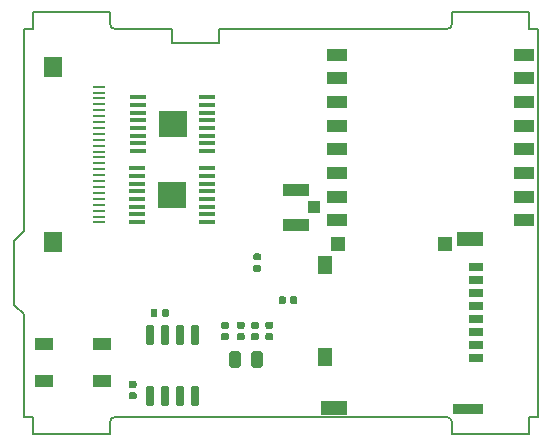
<source format=gbr>
%TF.GenerationSoftware,KiCad,Pcbnew,(5.1.4)-1*%
%TF.CreationDate,2019-12-19T18:18:08-07:00*%
%TF.ProjectId,mainboard,6d61696e-626f-4617-9264-2e6b69636164,rev?*%
%TF.SameCoordinates,Original*%
%TF.FileFunction,Paste,Bot*%
%TF.FilePolarity,Positive*%
%FSLAX46Y46*%
G04 Gerber Fmt 4.6, Leading zero omitted, Abs format (unit mm)*
G04 Created by KiCad (PCBNEW (5.1.4)-1) date 2019-12-19 18:18:08*
%MOMM*%
%LPD*%
G04 APERTURE LIST*
%ADD10C,0.150000*%
%ADD11R,1.500000X1.700000*%
%ADD12R,1.100000X0.250000*%
%ADD13R,1.500000X1.000000*%
%ADD14C,0.100000*%
%ADD15C,0.590000*%
%ADD16R,1.050000X1.050000*%
%ADD17R,2.250000X1.050000*%
%ADD18R,2.460000X2.310000*%
%ADD19R,1.475000X0.450000*%
%ADD20R,1.800000X1.000000*%
%ADD21C,0.600000*%
%ADD22R,1.150000X1.500000*%
%ADD23R,2.200000X1.150000*%
%ADD24R,1.200000X1.160000*%
%ADD25R,1.250000X1.160000*%
%ADD26R,2.500000X0.950000*%
%ADD27R,1.240000X0.800000*%
%ADD28C,0.975000*%
G04 APERTURE END LIST*
D10*
X120902460Y-74415942D02*
X120102459Y-74415941D01*
X85102460Y-74415941D02*
G75*
G02X84602460Y-73915941I0J500000D01*
G01*
X113602459Y-73915941D02*
G75*
G02X113102459Y-74415941I-500000J0D01*
G01*
X113102459Y-107215941D02*
G75*
G02X113602459Y-107715941I0J-500000D01*
G01*
X84602460Y-107715941D02*
G75*
G02X85102460Y-107215941I500000J0D01*
G01*
X77340460Y-91475941D02*
X76502460Y-92313941D01*
X77340460Y-98555940D02*
X76502460Y-97790000D01*
X120102460Y-72915941D02*
X113602460Y-72915941D01*
X113602459Y-107715941D02*
X113602460Y-108715941D01*
X85102460Y-107215941D02*
X113102459Y-107215941D01*
X84602460Y-108715941D02*
X84602460Y-107715941D01*
X113602460Y-108715941D02*
X120102459Y-108715940D01*
X113102459Y-74415941D02*
X93872460Y-74415941D01*
X113602460Y-72915941D02*
X113602459Y-73915941D01*
X78102460Y-72915941D02*
X78102460Y-74415941D01*
X93872460Y-74415941D02*
X93872460Y-75565000D01*
X93872460Y-75565000D02*
X89872460Y-75565000D01*
X78102460Y-74415941D02*
X77340460Y-74415941D01*
X77340460Y-74415941D02*
X77340460Y-91475941D01*
X120102460Y-107215940D02*
X120902460Y-107215940D01*
X120102459Y-74415941D02*
X120102460Y-72915941D01*
X89872460Y-75565000D02*
X89872460Y-74415941D01*
X84602460Y-72915941D02*
X78102460Y-72915941D01*
X84602460Y-73915941D02*
X84602460Y-72915941D01*
X89872460Y-74415941D02*
X85102460Y-74415941D01*
X76502460Y-92313941D02*
X76502460Y-97790000D01*
X120902460Y-107215940D02*
X120902460Y-74415942D01*
X78102460Y-107215940D02*
X78102460Y-108715940D01*
X120102459Y-108715940D02*
X120102460Y-107215940D01*
X77340460Y-98555940D02*
X77340460Y-107215940D01*
X78102460Y-108715940D02*
X84602460Y-108715941D01*
X77340460Y-107215940D02*
X78102460Y-107215940D01*
D11*
X79810780Y-77611260D03*
X79810780Y-92411260D03*
D12*
X83710780Y-79261260D03*
X83710780Y-79761260D03*
X83710780Y-80261260D03*
X83710780Y-80761260D03*
X83710780Y-81261260D03*
X83710780Y-81761260D03*
X83710780Y-82261260D03*
X83710780Y-82761260D03*
X83710780Y-83261260D03*
X83710780Y-83761260D03*
X83710780Y-84261260D03*
X83710780Y-84761260D03*
X83710780Y-85261260D03*
X83710780Y-85761260D03*
X83710780Y-86261260D03*
X83710780Y-86761260D03*
X83710780Y-87261260D03*
X83710780Y-87761260D03*
X83710780Y-88261260D03*
X83710780Y-88761260D03*
X83710780Y-89261260D03*
X83710780Y-89761260D03*
X83710780Y-90261260D03*
X83710780Y-90761260D03*
D13*
X79020500Y-104216000D03*
X79020500Y-101016000D03*
X83920500Y-104216000D03*
X83920500Y-101016000D03*
D14*
G36*
X88513458Y-98105710D02*
G01*
X88527776Y-98107834D01*
X88541817Y-98111351D01*
X88555446Y-98116228D01*
X88568531Y-98122417D01*
X88580947Y-98129858D01*
X88592573Y-98138481D01*
X88603298Y-98148202D01*
X88613019Y-98158927D01*
X88621642Y-98170553D01*
X88629083Y-98182969D01*
X88635272Y-98196054D01*
X88640149Y-98209683D01*
X88643666Y-98223724D01*
X88645790Y-98238042D01*
X88646500Y-98252500D01*
X88646500Y-98597500D01*
X88645790Y-98611958D01*
X88643666Y-98626276D01*
X88640149Y-98640317D01*
X88635272Y-98653946D01*
X88629083Y-98667031D01*
X88621642Y-98679447D01*
X88613019Y-98691073D01*
X88603298Y-98701798D01*
X88592573Y-98711519D01*
X88580947Y-98720142D01*
X88568531Y-98727583D01*
X88555446Y-98733772D01*
X88541817Y-98738649D01*
X88527776Y-98742166D01*
X88513458Y-98744290D01*
X88499000Y-98745000D01*
X88204000Y-98745000D01*
X88189542Y-98744290D01*
X88175224Y-98742166D01*
X88161183Y-98738649D01*
X88147554Y-98733772D01*
X88134469Y-98727583D01*
X88122053Y-98720142D01*
X88110427Y-98711519D01*
X88099702Y-98701798D01*
X88089981Y-98691073D01*
X88081358Y-98679447D01*
X88073917Y-98667031D01*
X88067728Y-98653946D01*
X88062851Y-98640317D01*
X88059334Y-98626276D01*
X88057210Y-98611958D01*
X88056500Y-98597500D01*
X88056500Y-98252500D01*
X88057210Y-98238042D01*
X88059334Y-98223724D01*
X88062851Y-98209683D01*
X88067728Y-98196054D01*
X88073917Y-98182969D01*
X88081358Y-98170553D01*
X88089981Y-98158927D01*
X88099702Y-98148202D01*
X88110427Y-98138481D01*
X88122053Y-98129858D01*
X88134469Y-98122417D01*
X88147554Y-98116228D01*
X88161183Y-98111351D01*
X88175224Y-98107834D01*
X88189542Y-98105710D01*
X88204000Y-98105000D01*
X88499000Y-98105000D01*
X88513458Y-98105710D01*
X88513458Y-98105710D01*
G37*
D15*
X88351500Y-98425000D03*
D14*
G36*
X89483458Y-98105710D02*
G01*
X89497776Y-98107834D01*
X89511817Y-98111351D01*
X89525446Y-98116228D01*
X89538531Y-98122417D01*
X89550947Y-98129858D01*
X89562573Y-98138481D01*
X89573298Y-98148202D01*
X89583019Y-98158927D01*
X89591642Y-98170553D01*
X89599083Y-98182969D01*
X89605272Y-98196054D01*
X89610149Y-98209683D01*
X89613666Y-98223724D01*
X89615790Y-98238042D01*
X89616500Y-98252500D01*
X89616500Y-98597500D01*
X89615790Y-98611958D01*
X89613666Y-98626276D01*
X89610149Y-98640317D01*
X89605272Y-98653946D01*
X89599083Y-98667031D01*
X89591642Y-98679447D01*
X89583019Y-98691073D01*
X89573298Y-98701798D01*
X89562573Y-98711519D01*
X89550947Y-98720142D01*
X89538531Y-98727583D01*
X89525446Y-98733772D01*
X89511817Y-98738649D01*
X89497776Y-98742166D01*
X89483458Y-98744290D01*
X89469000Y-98745000D01*
X89174000Y-98745000D01*
X89159542Y-98744290D01*
X89145224Y-98742166D01*
X89131183Y-98738649D01*
X89117554Y-98733772D01*
X89104469Y-98727583D01*
X89092053Y-98720142D01*
X89080427Y-98711519D01*
X89069702Y-98701798D01*
X89059981Y-98691073D01*
X89051358Y-98679447D01*
X89043917Y-98667031D01*
X89037728Y-98653946D01*
X89032851Y-98640317D01*
X89029334Y-98626276D01*
X89027210Y-98611958D01*
X89026500Y-98597500D01*
X89026500Y-98252500D01*
X89027210Y-98238042D01*
X89029334Y-98223724D01*
X89032851Y-98209683D01*
X89037728Y-98196054D01*
X89043917Y-98182969D01*
X89051358Y-98170553D01*
X89059981Y-98158927D01*
X89069702Y-98148202D01*
X89080427Y-98138481D01*
X89092053Y-98129858D01*
X89104469Y-98122417D01*
X89117554Y-98116228D01*
X89131183Y-98111351D01*
X89145224Y-98107834D01*
X89159542Y-98105710D01*
X89174000Y-98105000D01*
X89469000Y-98105000D01*
X89483458Y-98105710D01*
X89483458Y-98105710D01*
G37*
D15*
X89321500Y-98425000D03*
D16*
X101905800Y-89484200D03*
D17*
X100380800Y-90959200D03*
X100380800Y-88009200D03*
D14*
G36*
X94547958Y-99172250D02*
G01*
X94562276Y-99174374D01*
X94576317Y-99177891D01*
X94589946Y-99182768D01*
X94603031Y-99188957D01*
X94615447Y-99196398D01*
X94627073Y-99205021D01*
X94637798Y-99214742D01*
X94647519Y-99225467D01*
X94656142Y-99237093D01*
X94663583Y-99249509D01*
X94669772Y-99262594D01*
X94674649Y-99276223D01*
X94678166Y-99290264D01*
X94680290Y-99304582D01*
X94681000Y-99319040D01*
X94681000Y-99614040D01*
X94680290Y-99628498D01*
X94678166Y-99642816D01*
X94674649Y-99656857D01*
X94669772Y-99670486D01*
X94663583Y-99683571D01*
X94656142Y-99695987D01*
X94647519Y-99707613D01*
X94637798Y-99718338D01*
X94627073Y-99728059D01*
X94615447Y-99736682D01*
X94603031Y-99744123D01*
X94589946Y-99750312D01*
X94576317Y-99755189D01*
X94562276Y-99758706D01*
X94547958Y-99760830D01*
X94533500Y-99761540D01*
X94188500Y-99761540D01*
X94174042Y-99760830D01*
X94159724Y-99758706D01*
X94145683Y-99755189D01*
X94132054Y-99750312D01*
X94118969Y-99744123D01*
X94106553Y-99736682D01*
X94094927Y-99728059D01*
X94084202Y-99718338D01*
X94074481Y-99707613D01*
X94065858Y-99695987D01*
X94058417Y-99683571D01*
X94052228Y-99670486D01*
X94047351Y-99656857D01*
X94043834Y-99642816D01*
X94041710Y-99628498D01*
X94041000Y-99614040D01*
X94041000Y-99319040D01*
X94041710Y-99304582D01*
X94043834Y-99290264D01*
X94047351Y-99276223D01*
X94052228Y-99262594D01*
X94058417Y-99249509D01*
X94065858Y-99237093D01*
X94074481Y-99225467D01*
X94084202Y-99214742D01*
X94094927Y-99205021D01*
X94106553Y-99196398D01*
X94118969Y-99188957D01*
X94132054Y-99182768D01*
X94145683Y-99177891D01*
X94159724Y-99174374D01*
X94174042Y-99172250D01*
X94188500Y-99171540D01*
X94533500Y-99171540D01*
X94547958Y-99172250D01*
X94547958Y-99172250D01*
G37*
D15*
X94361000Y-99466540D03*
D14*
G36*
X94547958Y-100142250D02*
G01*
X94562276Y-100144374D01*
X94576317Y-100147891D01*
X94589946Y-100152768D01*
X94603031Y-100158957D01*
X94615447Y-100166398D01*
X94627073Y-100175021D01*
X94637798Y-100184742D01*
X94647519Y-100195467D01*
X94656142Y-100207093D01*
X94663583Y-100219509D01*
X94669772Y-100232594D01*
X94674649Y-100246223D01*
X94678166Y-100260264D01*
X94680290Y-100274582D01*
X94681000Y-100289040D01*
X94681000Y-100584040D01*
X94680290Y-100598498D01*
X94678166Y-100612816D01*
X94674649Y-100626857D01*
X94669772Y-100640486D01*
X94663583Y-100653571D01*
X94656142Y-100665987D01*
X94647519Y-100677613D01*
X94637798Y-100688338D01*
X94627073Y-100698059D01*
X94615447Y-100706682D01*
X94603031Y-100714123D01*
X94589946Y-100720312D01*
X94576317Y-100725189D01*
X94562276Y-100728706D01*
X94547958Y-100730830D01*
X94533500Y-100731540D01*
X94188500Y-100731540D01*
X94174042Y-100730830D01*
X94159724Y-100728706D01*
X94145683Y-100725189D01*
X94132054Y-100720312D01*
X94118969Y-100714123D01*
X94106553Y-100706682D01*
X94094927Y-100698059D01*
X94084202Y-100688338D01*
X94074481Y-100677613D01*
X94065858Y-100665987D01*
X94058417Y-100653571D01*
X94052228Y-100640486D01*
X94047351Y-100626857D01*
X94043834Y-100612816D01*
X94041710Y-100598498D01*
X94041000Y-100584040D01*
X94041000Y-100289040D01*
X94041710Y-100274582D01*
X94043834Y-100260264D01*
X94047351Y-100246223D01*
X94052228Y-100232594D01*
X94058417Y-100219509D01*
X94065858Y-100207093D01*
X94074481Y-100195467D01*
X94084202Y-100184742D01*
X94094927Y-100175021D01*
X94106553Y-100166398D01*
X94118969Y-100158957D01*
X94132054Y-100152768D01*
X94145683Y-100147891D01*
X94159724Y-100144374D01*
X94174042Y-100142250D01*
X94188500Y-100141540D01*
X94533500Y-100141540D01*
X94547958Y-100142250D01*
X94547958Y-100142250D01*
G37*
D15*
X94361000Y-100436540D03*
D14*
G36*
X97278458Y-94361210D02*
G01*
X97292776Y-94363334D01*
X97306817Y-94366851D01*
X97320446Y-94371728D01*
X97333531Y-94377917D01*
X97345947Y-94385358D01*
X97357573Y-94393981D01*
X97368298Y-94403702D01*
X97378019Y-94414427D01*
X97386642Y-94426053D01*
X97394083Y-94438469D01*
X97400272Y-94451554D01*
X97405149Y-94465183D01*
X97408666Y-94479224D01*
X97410790Y-94493542D01*
X97411500Y-94508000D01*
X97411500Y-94803000D01*
X97410790Y-94817458D01*
X97408666Y-94831776D01*
X97405149Y-94845817D01*
X97400272Y-94859446D01*
X97394083Y-94872531D01*
X97386642Y-94884947D01*
X97378019Y-94896573D01*
X97368298Y-94907298D01*
X97357573Y-94917019D01*
X97345947Y-94925642D01*
X97333531Y-94933083D01*
X97320446Y-94939272D01*
X97306817Y-94944149D01*
X97292776Y-94947666D01*
X97278458Y-94949790D01*
X97264000Y-94950500D01*
X96919000Y-94950500D01*
X96904542Y-94949790D01*
X96890224Y-94947666D01*
X96876183Y-94944149D01*
X96862554Y-94939272D01*
X96849469Y-94933083D01*
X96837053Y-94925642D01*
X96825427Y-94917019D01*
X96814702Y-94907298D01*
X96804981Y-94896573D01*
X96796358Y-94884947D01*
X96788917Y-94872531D01*
X96782728Y-94859446D01*
X96777851Y-94845817D01*
X96774334Y-94831776D01*
X96772210Y-94817458D01*
X96771500Y-94803000D01*
X96771500Y-94508000D01*
X96772210Y-94493542D01*
X96774334Y-94479224D01*
X96777851Y-94465183D01*
X96782728Y-94451554D01*
X96788917Y-94438469D01*
X96796358Y-94426053D01*
X96804981Y-94414427D01*
X96814702Y-94403702D01*
X96825427Y-94393981D01*
X96837053Y-94385358D01*
X96849469Y-94377917D01*
X96862554Y-94371728D01*
X96876183Y-94366851D01*
X96890224Y-94363334D01*
X96904542Y-94361210D01*
X96919000Y-94360500D01*
X97264000Y-94360500D01*
X97278458Y-94361210D01*
X97278458Y-94361210D01*
G37*
D15*
X97091500Y-94655500D03*
D14*
G36*
X97278458Y-93391210D02*
G01*
X97292776Y-93393334D01*
X97306817Y-93396851D01*
X97320446Y-93401728D01*
X97333531Y-93407917D01*
X97345947Y-93415358D01*
X97357573Y-93423981D01*
X97368298Y-93433702D01*
X97378019Y-93444427D01*
X97386642Y-93456053D01*
X97394083Y-93468469D01*
X97400272Y-93481554D01*
X97405149Y-93495183D01*
X97408666Y-93509224D01*
X97410790Y-93523542D01*
X97411500Y-93538000D01*
X97411500Y-93833000D01*
X97410790Y-93847458D01*
X97408666Y-93861776D01*
X97405149Y-93875817D01*
X97400272Y-93889446D01*
X97394083Y-93902531D01*
X97386642Y-93914947D01*
X97378019Y-93926573D01*
X97368298Y-93937298D01*
X97357573Y-93947019D01*
X97345947Y-93955642D01*
X97333531Y-93963083D01*
X97320446Y-93969272D01*
X97306817Y-93974149D01*
X97292776Y-93977666D01*
X97278458Y-93979790D01*
X97264000Y-93980500D01*
X96919000Y-93980500D01*
X96904542Y-93979790D01*
X96890224Y-93977666D01*
X96876183Y-93974149D01*
X96862554Y-93969272D01*
X96849469Y-93963083D01*
X96837053Y-93955642D01*
X96825427Y-93947019D01*
X96814702Y-93937298D01*
X96804981Y-93926573D01*
X96796358Y-93914947D01*
X96788917Y-93902531D01*
X96782728Y-93889446D01*
X96777851Y-93875817D01*
X96774334Y-93861776D01*
X96772210Y-93847458D01*
X96771500Y-93833000D01*
X96771500Y-93538000D01*
X96772210Y-93523542D01*
X96774334Y-93509224D01*
X96777851Y-93495183D01*
X96782728Y-93481554D01*
X96788917Y-93468469D01*
X96796358Y-93456053D01*
X96804981Y-93444427D01*
X96814702Y-93433702D01*
X96825427Y-93423981D01*
X96837053Y-93415358D01*
X96849469Y-93407917D01*
X96862554Y-93401728D01*
X96876183Y-93396851D01*
X96890224Y-93393334D01*
X96904542Y-93391210D01*
X96919000Y-93390500D01*
X97264000Y-93390500D01*
X97278458Y-93391210D01*
X97278458Y-93391210D01*
G37*
D15*
X97091500Y-93685500D03*
D18*
X89877900Y-88442800D03*
D19*
X92815900Y-90717800D03*
X92815900Y-90067800D03*
X92815900Y-89417800D03*
X92815900Y-88767800D03*
X92815900Y-88117800D03*
X92815900Y-87467800D03*
X92815900Y-86817800D03*
X92815900Y-86167800D03*
X86939900Y-86167800D03*
X86939900Y-86817800D03*
X86939900Y-87467800D03*
X86939900Y-88117800D03*
X86939900Y-88767800D03*
X86939900Y-89417800D03*
X86939900Y-90067800D03*
X86939900Y-90717800D03*
D18*
X89928700Y-82448400D03*
D19*
X92866700Y-84723400D03*
X92866700Y-84073400D03*
X92866700Y-83423400D03*
X92866700Y-82773400D03*
X92866700Y-82123400D03*
X92866700Y-81473400D03*
X92866700Y-80823400D03*
X92866700Y-80173400D03*
X86990700Y-80173400D03*
X86990700Y-80823400D03*
X86990700Y-81473400D03*
X86990700Y-82123400D03*
X86990700Y-82773400D03*
X86990700Y-83423400D03*
X86990700Y-84073400D03*
X86990700Y-84723400D03*
D20*
X103860000Y-76566000D03*
X103860000Y-78566000D03*
X103860000Y-80566000D03*
X103860000Y-82566000D03*
X103860000Y-84566000D03*
X103860000Y-86566000D03*
X103860000Y-88566000D03*
X103860000Y-90566000D03*
X119660000Y-90566000D03*
X119660000Y-88566000D03*
X119660000Y-86566000D03*
X119660000Y-84566000D03*
X119660000Y-82566000D03*
X119660000Y-80566000D03*
X119660000Y-78566000D03*
X119660000Y-76566000D03*
D14*
G36*
X88175703Y-104570722D02*
G01*
X88190264Y-104572882D01*
X88204543Y-104576459D01*
X88218403Y-104581418D01*
X88231710Y-104587712D01*
X88244336Y-104595280D01*
X88256159Y-104604048D01*
X88267066Y-104613934D01*
X88276952Y-104624841D01*
X88285720Y-104636664D01*
X88293288Y-104649290D01*
X88299582Y-104662597D01*
X88304541Y-104676457D01*
X88308118Y-104690736D01*
X88310278Y-104705297D01*
X88311000Y-104720000D01*
X88311000Y-106170000D01*
X88310278Y-106184703D01*
X88308118Y-106199264D01*
X88304541Y-106213543D01*
X88299582Y-106227403D01*
X88293288Y-106240710D01*
X88285720Y-106253336D01*
X88276952Y-106265159D01*
X88267066Y-106276066D01*
X88256159Y-106285952D01*
X88244336Y-106294720D01*
X88231710Y-106302288D01*
X88218403Y-106308582D01*
X88204543Y-106313541D01*
X88190264Y-106317118D01*
X88175703Y-106319278D01*
X88161000Y-106320000D01*
X87861000Y-106320000D01*
X87846297Y-106319278D01*
X87831736Y-106317118D01*
X87817457Y-106313541D01*
X87803597Y-106308582D01*
X87790290Y-106302288D01*
X87777664Y-106294720D01*
X87765841Y-106285952D01*
X87754934Y-106276066D01*
X87745048Y-106265159D01*
X87736280Y-106253336D01*
X87728712Y-106240710D01*
X87722418Y-106227403D01*
X87717459Y-106213543D01*
X87713882Y-106199264D01*
X87711722Y-106184703D01*
X87711000Y-106170000D01*
X87711000Y-104720000D01*
X87711722Y-104705297D01*
X87713882Y-104690736D01*
X87717459Y-104676457D01*
X87722418Y-104662597D01*
X87728712Y-104649290D01*
X87736280Y-104636664D01*
X87745048Y-104624841D01*
X87754934Y-104613934D01*
X87765841Y-104604048D01*
X87777664Y-104595280D01*
X87790290Y-104587712D01*
X87803597Y-104581418D01*
X87817457Y-104576459D01*
X87831736Y-104572882D01*
X87846297Y-104570722D01*
X87861000Y-104570000D01*
X88161000Y-104570000D01*
X88175703Y-104570722D01*
X88175703Y-104570722D01*
G37*
D21*
X88011000Y-105445000D03*
D14*
G36*
X89445703Y-104570722D02*
G01*
X89460264Y-104572882D01*
X89474543Y-104576459D01*
X89488403Y-104581418D01*
X89501710Y-104587712D01*
X89514336Y-104595280D01*
X89526159Y-104604048D01*
X89537066Y-104613934D01*
X89546952Y-104624841D01*
X89555720Y-104636664D01*
X89563288Y-104649290D01*
X89569582Y-104662597D01*
X89574541Y-104676457D01*
X89578118Y-104690736D01*
X89580278Y-104705297D01*
X89581000Y-104720000D01*
X89581000Y-106170000D01*
X89580278Y-106184703D01*
X89578118Y-106199264D01*
X89574541Y-106213543D01*
X89569582Y-106227403D01*
X89563288Y-106240710D01*
X89555720Y-106253336D01*
X89546952Y-106265159D01*
X89537066Y-106276066D01*
X89526159Y-106285952D01*
X89514336Y-106294720D01*
X89501710Y-106302288D01*
X89488403Y-106308582D01*
X89474543Y-106313541D01*
X89460264Y-106317118D01*
X89445703Y-106319278D01*
X89431000Y-106320000D01*
X89131000Y-106320000D01*
X89116297Y-106319278D01*
X89101736Y-106317118D01*
X89087457Y-106313541D01*
X89073597Y-106308582D01*
X89060290Y-106302288D01*
X89047664Y-106294720D01*
X89035841Y-106285952D01*
X89024934Y-106276066D01*
X89015048Y-106265159D01*
X89006280Y-106253336D01*
X88998712Y-106240710D01*
X88992418Y-106227403D01*
X88987459Y-106213543D01*
X88983882Y-106199264D01*
X88981722Y-106184703D01*
X88981000Y-106170000D01*
X88981000Y-104720000D01*
X88981722Y-104705297D01*
X88983882Y-104690736D01*
X88987459Y-104676457D01*
X88992418Y-104662597D01*
X88998712Y-104649290D01*
X89006280Y-104636664D01*
X89015048Y-104624841D01*
X89024934Y-104613934D01*
X89035841Y-104604048D01*
X89047664Y-104595280D01*
X89060290Y-104587712D01*
X89073597Y-104581418D01*
X89087457Y-104576459D01*
X89101736Y-104572882D01*
X89116297Y-104570722D01*
X89131000Y-104570000D01*
X89431000Y-104570000D01*
X89445703Y-104570722D01*
X89445703Y-104570722D01*
G37*
D21*
X89281000Y-105445000D03*
D14*
G36*
X90715703Y-104570722D02*
G01*
X90730264Y-104572882D01*
X90744543Y-104576459D01*
X90758403Y-104581418D01*
X90771710Y-104587712D01*
X90784336Y-104595280D01*
X90796159Y-104604048D01*
X90807066Y-104613934D01*
X90816952Y-104624841D01*
X90825720Y-104636664D01*
X90833288Y-104649290D01*
X90839582Y-104662597D01*
X90844541Y-104676457D01*
X90848118Y-104690736D01*
X90850278Y-104705297D01*
X90851000Y-104720000D01*
X90851000Y-106170000D01*
X90850278Y-106184703D01*
X90848118Y-106199264D01*
X90844541Y-106213543D01*
X90839582Y-106227403D01*
X90833288Y-106240710D01*
X90825720Y-106253336D01*
X90816952Y-106265159D01*
X90807066Y-106276066D01*
X90796159Y-106285952D01*
X90784336Y-106294720D01*
X90771710Y-106302288D01*
X90758403Y-106308582D01*
X90744543Y-106313541D01*
X90730264Y-106317118D01*
X90715703Y-106319278D01*
X90701000Y-106320000D01*
X90401000Y-106320000D01*
X90386297Y-106319278D01*
X90371736Y-106317118D01*
X90357457Y-106313541D01*
X90343597Y-106308582D01*
X90330290Y-106302288D01*
X90317664Y-106294720D01*
X90305841Y-106285952D01*
X90294934Y-106276066D01*
X90285048Y-106265159D01*
X90276280Y-106253336D01*
X90268712Y-106240710D01*
X90262418Y-106227403D01*
X90257459Y-106213543D01*
X90253882Y-106199264D01*
X90251722Y-106184703D01*
X90251000Y-106170000D01*
X90251000Y-104720000D01*
X90251722Y-104705297D01*
X90253882Y-104690736D01*
X90257459Y-104676457D01*
X90262418Y-104662597D01*
X90268712Y-104649290D01*
X90276280Y-104636664D01*
X90285048Y-104624841D01*
X90294934Y-104613934D01*
X90305841Y-104604048D01*
X90317664Y-104595280D01*
X90330290Y-104587712D01*
X90343597Y-104581418D01*
X90357457Y-104576459D01*
X90371736Y-104572882D01*
X90386297Y-104570722D01*
X90401000Y-104570000D01*
X90701000Y-104570000D01*
X90715703Y-104570722D01*
X90715703Y-104570722D01*
G37*
D21*
X90551000Y-105445000D03*
D14*
G36*
X91985703Y-104570722D02*
G01*
X92000264Y-104572882D01*
X92014543Y-104576459D01*
X92028403Y-104581418D01*
X92041710Y-104587712D01*
X92054336Y-104595280D01*
X92066159Y-104604048D01*
X92077066Y-104613934D01*
X92086952Y-104624841D01*
X92095720Y-104636664D01*
X92103288Y-104649290D01*
X92109582Y-104662597D01*
X92114541Y-104676457D01*
X92118118Y-104690736D01*
X92120278Y-104705297D01*
X92121000Y-104720000D01*
X92121000Y-106170000D01*
X92120278Y-106184703D01*
X92118118Y-106199264D01*
X92114541Y-106213543D01*
X92109582Y-106227403D01*
X92103288Y-106240710D01*
X92095720Y-106253336D01*
X92086952Y-106265159D01*
X92077066Y-106276066D01*
X92066159Y-106285952D01*
X92054336Y-106294720D01*
X92041710Y-106302288D01*
X92028403Y-106308582D01*
X92014543Y-106313541D01*
X92000264Y-106317118D01*
X91985703Y-106319278D01*
X91971000Y-106320000D01*
X91671000Y-106320000D01*
X91656297Y-106319278D01*
X91641736Y-106317118D01*
X91627457Y-106313541D01*
X91613597Y-106308582D01*
X91600290Y-106302288D01*
X91587664Y-106294720D01*
X91575841Y-106285952D01*
X91564934Y-106276066D01*
X91555048Y-106265159D01*
X91546280Y-106253336D01*
X91538712Y-106240710D01*
X91532418Y-106227403D01*
X91527459Y-106213543D01*
X91523882Y-106199264D01*
X91521722Y-106184703D01*
X91521000Y-106170000D01*
X91521000Y-104720000D01*
X91521722Y-104705297D01*
X91523882Y-104690736D01*
X91527459Y-104676457D01*
X91532418Y-104662597D01*
X91538712Y-104649290D01*
X91546280Y-104636664D01*
X91555048Y-104624841D01*
X91564934Y-104613934D01*
X91575841Y-104604048D01*
X91587664Y-104595280D01*
X91600290Y-104587712D01*
X91613597Y-104581418D01*
X91627457Y-104576459D01*
X91641736Y-104572882D01*
X91656297Y-104570722D01*
X91671000Y-104570000D01*
X91971000Y-104570000D01*
X91985703Y-104570722D01*
X91985703Y-104570722D01*
G37*
D21*
X91821000Y-105445000D03*
D14*
G36*
X91985703Y-99420722D02*
G01*
X92000264Y-99422882D01*
X92014543Y-99426459D01*
X92028403Y-99431418D01*
X92041710Y-99437712D01*
X92054336Y-99445280D01*
X92066159Y-99454048D01*
X92077066Y-99463934D01*
X92086952Y-99474841D01*
X92095720Y-99486664D01*
X92103288Y-99499290D01*
X92109582Y-99512597D01*
X92114541Y-99526457D01*
X92118118Y-99540736D01*
X92120278Y-99555297D01*
X92121000Y-99570000D01*
X92121000Y-101020000D01*
X92120278Y-101034703D01*
X92118118Y-101049264D01*
X92114541Y-101063543D01*
X92109582Y-101077403D01*
X92103288Y-101090710D01*
X92095720Y-101103336D01*
X92086952Y-101115159D01*
X92077066Y-101126066D01*
X92066159Y-101135952D01*
X92054336Y-101144720D01*
X92041710Y-101152288D01*
X92028403Y-101158582D01*
X92014543Y-101163541D01*
X92000264Y-101167118D01*
X91985703Y-101169278D01*
X91971000Y-101170000D01*
X91671000Y-101170000D01*
X91656297Y-101169278D01*
X91641736Y-101167118D01*
X91627457Y-101163541D01*
X91613597Y-101158582D01*
X91600290Y-101152288D01*
X91587664Y-101144720D01*
X91575841Y-101135952D01*
X91564934Y-101126066D01*
X91555048Y-101115159D01*
X91546280Y-101103336D01*
X91538712Y-101090710D01*
X91532418Y-101077403D01*
X91527459Y-101063543D01*
X91523882Y-101049264D01*
X91521722Y-101034703D01*
X91521000Y-101020000D01*
X91521000Y-99570000D01*
X91521722Y-99555297D01*
X91523882Y-99540736D01*
X91527459Y-99526457D01*
X91532418Y-99512597D01*
X91538712Y-99499290D01*
X91546280Y-99486664D01*
X91555048Y-99474841D01*
X91564934Y-99463934D01*
X91575841Y-99454048D01*
X91587664Y-99445280D01*
X91600290Y-99437712D01*
X91613597Y-99431418D01*
X91627457Y-99426459D01*
X91641736Y-99422882D01*
X91656297Y-99420722D01*
X91671000Y-99420000D01*
X91971000Y-99420000D01*
X91985703Y-99420722D01*
X91985703Y-99420722D01*
G37*
D21*
X91821000Y-100295000D03*
D14*
G36*
X90715703Y-99420722D02*
G01*
X90730264Y-99422882D01*
X90744543Y-99426459D01*
X90758403Y-99431418D01*
X90771710Y-99437712D01*
X90784336Y-99445280D01*
X90796159Y-99454048D01*
X90807066Y-99463934D01*
X90816952Y-99474841D01*
X90825720Y-99486664D01*
X90833288Y-99499290D01*
X90839582Y-99512597D01*
X90844541Y-99526457D01*
X90848118Y-99540736D01*
X90850278Y-99555297D01*
X90851000Y-99570000D01*
X90851000Y-101020000D01*
X90850278Y-101034703D01*
X90848118Y-101049264D01*
X90844541Y-101063543D01*
X90839582Y-101077403D01*
X90833288Y-101090710D01*
X90825720Y-101103336D01*
X90816952Y-101115159D01*
X90807066Y-101126066D01*
X90796159Y-101135952D01*
X90784336Y-101144720D01*
X90771710Y-101152288D01*
X90758403Y-101158582D01*
X90744543Y-101163541D01*
X90730264Y-101167118D01*
X90715703Y-101169278D01*
X90701000Y-101170000D01*
X90401000Y-101170000D01*
X90386297Y-101169278D01*
X90371736Y-101167118D01*
X90357457Y-101163541D01*
X90343597Y-101158582D01*
X90330290Y-101152288D01*
X90317664Y-101144720D01*
X90305841Y-101135952D01*
X90294934Y-101126066D01*
X90285048Y-101115159D01*
X90276280Y-101103336D01*
X90268712Y-101090710D01*
X90262418Y-101077403D01*
X90257459Y-101063543D01*
X90253882Y-101049264D01*
X90251722Y-101034703D01*
X90251000Y-101020000D01*
X90251000Y-99570000D01*
X90251722Y-99555297D01*
X90253882Y-99540736D01*
X90257459Y-99526457D01*
X90262418Y-99512597D01*
X90268712Y-99499290D01*
X90276280Y-99486664D01*
X90285048Y-99474841D01*
X90294934Y-99463934D01*
X90305841Y-99454048D01*
X90317664Y-99445280D01*
X90330290Y-99437712D01*
X90343597Y-99431418D01*
X90357457Y-99426459D01*
X90371736Y-99422882D01*
X90386297Y-99420722D01*
X90401000Y-99420000D01*
X90701000Y-99420000D01*
X90715703Y-99420722D01*
X90715703Y-99420722D01*
G37*
D21*
X90551000Y-100295000D03*
D14*
G36*
X89445703Y-99420722D02*
G01*
X89460264Y-99422882D01*
X89474543Y-99426459D01*
X89488403Y-99431418D01*
X89501710Y-99437712D01*
X89514336Y-99445280D01*
X89526159Y-99454048D01*
X89537066Y-99463934D01*
X89546952Y-99474841D01*
X89555720Y-99486664D01*
X89563288Y-99499290D01*
X89569582Y-99512597D01*
X89574541Y-99526457D01*
X89578118Y-99540736D01*
X89580278Y-99555297D01*
X89581000Y-99570000D01*
X89581000Y-101020000D01*
X89580278Y-101034703D01*
X89578118Y-101049264D01*
X89574541Y-101063543D01*
X89569582Y-101077403D01*
X89563288Y-101090710D01*
X89555720Y-101103336D01*
X89546952Y-101115159D01*
X89537066Y-101126066D01*
X89526159Y-101135952D01*
X89514336Y-101144720D01*
X89501710Y-101152288D01*
X89488403Y-101158582D01*
X89474543Y-101163541D01*
X89460264Y-101167118D01*
X89445703Y-101169278D01*
X89431000Y-101170000D01*
X89131000Y-101170000D01*
X89116297Y-101169278D01*
X89101736Y-101167118D01*
X89087457Y-101163541D01*
X89073597Y-101158582D01*
X89060290Y-101152288D01*
X89047664Y-101144720D01*
X89035841Y-101135952D01*
X89024934Y-101126066D01*
X89015048Y-101115159D01*
X89006280Y-101103336D01*
X88998712Y-101090710D01*
X88992418Y-101077403D01*
X88987459Y-101063543D01*
X88983882Y-101049264D01*
X88981722Y-101034703D01*
X88981000Y-101020000D01*
X88981000Y-99570000D01*
X88981722Y-99555297D01*
X88983882Y-99540736D01*
X88987459Y-99526457D01*
X88992418Y-99512597D01*
X88998712Y-99499290D01*
X89006280Y-99486664D01*
X89015048Y-99474841D01*
X89024934Y-99463934D01*
X89035841Y-99454048D01*
X89047664Y-99445280D01*
X89060290Y-99437712D01*
X89073597Y-99431418D01*
X89087457Y-99426459D01*
X89101736Y-99422882D01*
X89116297Y-99420722D01*
X89131000Y-99420000D01*
X89431000Y-99420000D01*
X89445703Y-99420722D01*
X89445703Y-99420722D01*
G37*
D21*
X89281000Y-100295000D03*
D14*
G36*
X88175703Y-99420722D02*
G01*
X88190264Y-99422882D01*
X88204543Y-99426459D01*
X88218403Y-99431418D01*
X88231710Y-99437712D01*
X88244336Y-99445280D01*
X88256159Y-99454048D01*
X88267066Y-99463934D01*
X88276952Y-99474841D01*
X88285720Y-99486664D01*
X88293288Y-99499290D01*
X88299582Y-99512597D01*
X88304541Y-99526457D01*
X88308118Y-99540736D01*
X88310278Y-99555297D01*
X88311000Y-99570000D01*
X88311000Y-101020000D01*
X88310278Y-101034703D01*
X88308118Y-101049264D01*
X88304541Y-101063543D01*
X88299582Y-101077403D01*
X88293288Y-101090710D01*
X88285720Y-101103336D01*
X88276952Y-101115159D01*
X88267066Y-101126066D01*
X88256159Y-101135952D01*
X88244336Y-101144720D01*
X88231710Y-101152288D01*
X88218403Y-101158582D01*
X88204543Y-101163541D01*
X88190264Y-101167118D01*
X88175703Y-101169278D01*
X88161000Y-101170000D01*
X87861000Y-101170000D01*
X87846297Y-101169278D01*
X87831736Y-101167118D01*
X87817457Y-101163541D01*
X87803597Y-101158582D01*
X87790290Y-101152288D01*
X87777664Y-101144720D01*
X87765841Y-101135952D01*
X87754934Y-101126066D01*
X87745048Y-101115159D01*
X87736280Y-101103336D01*
X87728712Y-101090710D01*
X87722418Y-101077403D01*
X87717459Y-101063543D01*
X87713882Y-101049264D01*
X87711722Y-101034703D01*
X87711000Y-101020000D01*
X87711000Y-99570000D01*
X87711722Y-99555297D01*
X87713882Y-99540736D01*
X87717459Y-99526457D01*
X87722418Y-99512597D01*
X87728712Y-99499290D01*
X87736280Y-99486664D01*
X87745048Y-99474841D01*
X87754934Y-99463934D01*
X87765841Y-99454048D01*
X87777664Y-99445280D01*
X87790290Y-99437712D01*
X87803597Y-99431418D01*
X87817457Y-99426459D01*
X87831736Y-99422882D01*
X87846297Y-99420722D01*
X87861000Y-99420000D01*
X88161000Y-99420000D01*
X88175703Y-99420722D01*
X88175703Y-99420722D01*
G37*
D21*
X88011000Y-100295000D03*
D14*
G36*
X86737458Y-105156210D02*
G01*
X86751776Y-105158334D01*
X86765817Y-105161851D01*
X86779446Y-105166728D01*
X86792531Y-105172917D01*
X86804947Y-105180358D01*
X86816573Y-105188981D01*
X86827298Y-105198702D01*
X86837019Y-105209427D01*
X86845642Y-105221053D01*
X86853083Y-105233469D01*
X86859272Y-105246554D01*
X86864149Y-105260183D01*
X86867666Y-105274224D01*
X86869790Y-105288542D01*
X86870500Y-105303000D01*
X86870500Y-105598000D01*
X86869790Y-105612458D01*
X86867666Y-105626776D01*
X86864149Y-105640817D01*
X86859272Y-105654446D01*
X86853083Y-105667531D01*
X86845642Y-105679947D01*
X86837019Y-105691573D01*
X86827298Y-105702298D01*
X86816573Y-105712019D01*
X86804947Y-105720642D01*
X86792531Y-105728083D01*
X86779446Y-105734272D01*
X86765817Y-105739149D01*
X86751776Y-105742666D01*
X86737458Y-105744790D01*
X86723000Y-105745500D01*
X86378000Y-105745500D01*
X86363542Y-105744790D01*
X86349224Y-105742666D01*
X86335183Y-105739149D01*
X86321554Y-105734272D01*
X86308469Y-105728083D01*
X86296053Y-105720642D01*
X86284427Y-105712019D01*
X86273702Y-105702298D01*
X86263981Y-105691573D01*
X86255358Y-105679947D01*
X86247917Y-105667531D01*
X86241728Y-105654446D01*
X86236851Y-105640817D01*
X86233334Y-105626776D01*
X86231210Y-105612458D01*
X86230500Y-105598000D01*
X86230500Y-105303000D01*
X86231210Y-105288542D01*
X86233334Y-105274224D01*
X86236851Y-105260183D01*
X86241728Y-105246554D01*
X86247917Y-105233469D01*
X86255358Y-105221053D01*
X86263981Y-105209427D01*
X86273702Y-105198702D01*
X86284427Y-105188981D01*
X86296053Y-105180358D01*
X86308469Y-105172917D01*
X86321554Y-105166728D01*
X86335183Y-105161851D01*
X86349224Y-105158334D01*
X86363542Y-105156210D01*
X86378000Y-105155500D01*
X86723000Y-105155500D01*
X86737458Y-105156210D01*
X86737458Y-105156210D01*
G37*
D15*
X86550500Y-105450500D03*
D14*
G36*
X86737458Y-104186210D02*
G01*
X86751776Y-104188334D01*
X86765817Y-104191851D01*
X86779446Y-104196728D01*
X86792531Y-104202917D01*
X86804947Y-104210358D01*
X86816573Y-104218981D01*
X86827298Y-104228702D01*
X86837019Y-104239427D01*
X86845642Y-104251053D01*
X86853083Y-104263469D01*
X86859272Y-104276554D01*
X86864149Y-104290183D01*
X86867666Y-104304224D01*
X86869790Y-104318542D01*
X86870500Y-104333000D01*
X86870500Y-104628000D01*
X86869790Y-104642458D01*
X86867666Y-104656776D01*
X86864149Y-104670817D01*
X86859272Y-104684446D01*
X86853083Y-104697531D01*
X86845642Y-104709947D01*
X86837019Y-104721573D01*
X86827298Y-104732298D01*
X86816573Y-104742019D01*
X86804947Y-104750642D01*
X86792531Y-104758083D01*
X86779446Y-104764272D01*
X86765817Y-104769149D01*
X86751776Y-104772666D01*
X86737458Y-104774790D01*
X86723000Y-104775500D01*
X86378000Y-104775500D01*
X86363542Y-104774790D01*
X86349224Y-104772666D01*
X86335183Y-104769149D01*
X86321554Y-104764272D01*
X86308469Y-104758083D01*
X86296053Y-104750642D01*
X86284427Y-104742019D01*
X86273702Y-104732298D01*
X86263981Y-104721573D01*
X86255358Y-104709947D01*
X86247917Y-104697531D01*
X86241728Y-104684446D01*
X86236851Y-104670817D01*
X86233334Y-104656776D01*
X86231210Y-104642458D01*
X86230500Y-104628000D01*
X86230500Y-104333000D01*
X86231210Y-104318542D01*
X86233334Y-104304224D01*
X86236851Y-104290183D01*
X86241728Y-104276554D01*
X86247917Y-104263469D01*
X86255358Y-104251053D01*
X86263981Y-104239427D01*
X86273702Y-104228702D01*
X86284427Y-104218981D01*
X86296053Y-104210358D01*
X86308469Y-104202917D01*
X86321554Y-104196728D01*
X86335183Y-104191851D01*
X86349224Y-104188334D01*
X86363542Y-104186210D01*
X86378000Y-104185500D01*
X86723000Y-104185500D01*
X86737458Y-104186210D01*
X86737458Y-104186210D01*
G37*
D15*
X86550500Y-104480500D03*
D22*
X102832000Y-94374000D03*
X102832000Y-102154000D03*
D23*
X103627000Y-106459000D03*
D24*
X103957000Y-92574000D03*
D25*
X112957000Y-92574000D03*
D23*
X115107000Y-92169000D03*
D26*
X114957000Y-106559000D03*
D27*
X115587000Y-94514000D03*
X115587000Y-95614000D03*
X115587000Y-96714000D03*
X115587000Y-97814000D03*
X115587000Y-98914000D03*
X115587000Y-100014000D03*
X115587000Y-101114000D03*
X115587000Y-102214000D03*
D14*
G36*
X95469142Y-101663174D02*
G01*
X95492803Y-101666684D01*
X95516007Y-101672496D01*
X95538529Y-101680554D01*
X95560153Y-101690782D01*
X95580670Y-101703079D01*
X95599883Y-101717329D01*
X95617607Y-101733393D01*
X95633671Y-101751117D01*
X95647921Y-101770330D01*
X95660218Y-101790847D01*
X95670446Y-101812471D01*
X95678504Y-101834993D01*
X95684316Y-101858197D01*
X95687826Y-101881858D01*
X95689000Y-101905750D01*
X95689000Y-102818250D01*
X95687826Y-102842142D01*
X95684316Y-102865803D01*
X95678504Y-102889007D01*
X95670446Y-102911529D01*
X95660218Y-102933153D01*
X95647921Y-102953670D01*
X95633671Y-102972883D01*
X95617607Y-102990607D01*
X95599883Y-103006671D01*
X95580670Y-103020921D01*
X95560153Y-103033218D01*
X95538529Y-103043446D01*
X95516007Y-103051504D01*
X95492803Y-103057316D01*
X95469142Y-103060826D01*
X95445250Y-103062000D01*
X94957750Y-103062000D01*
X94933858Y-103060826D01*
X94910197Y-103057316D01*
X94886993Y-103051504D01*
X94864471Y-103043446D01*
X94842847Y-103033218D01*
X94822330Y-103020921D01*
X94803117Y-103006671D01*
X94785393Y-102990607D01*
X94769329Y-102972883D01*
X94755079Y-102953670D01*
X94742782Y-102933153D01*
X94732554Y-102911529D01*
X94724496Y-102889007D01*
X94718684Y-102865803D01*
X94715174Y-102842142D01*
X94714000Y-102818250D01*
X94714000Y-101905750D01*
X94715174Y-101881858D01*
X94718684Y-101858197D01*
X94724496Y-101834993D01*
X94732554Y-101812471D01*
X94742782Y-101790847D01*
X94755079Y-101770330D01*
X94769329Y-101751117D01*
X94785393Y-101733393D01*
X94803117Y-101717329D01*
X94822330Y-101703079D01*
X94842847Y-101690782D01*
X94864471Y-101680554D01*
X94886993Y-101672496D01*
X94910197Y-101666684D01*
X94933858Y-101663174D01*
X94957750Y-101662000D01*
X95445250Y-101662000D01*
X95469142Y-101663174D01*
X95469142Y-101663174D01*
G37*
D28*
X95201500Y-102362000D03*
D14*
G36*
X97344142Y-101663174D02*
G01*
X97367803Y-101666684D01*
X97391007Y-101672496D01*
X97413529Y-101680554D01*
X97435153Y-101690782D01*
X97455670Y-101703079D01*
X97474883Y-101717329D01*
X97492607Y-101733393D01*
X97508671Y-101751117D01*
X97522921Y-101770330D01*
X97535218Y-101790847D01*
X97545446Y-101812471D01*
X97553504Y-101834993D01*
X97559316Y-101858197D01*
X97562826Y-101881858D01*
X97564000Y-101905750D01*
X97564000Y-102818250D01*
X97562826Y-102842142D01*
X97559316Y-102865803D01*
X97553504Y-102889007D01*
X97545446Y-102911529D01*
X97535218Y-102933153D01*
X97522921Y-102953670D01*
X97508671Y-102972883D01*
X97492607Y-102990607D01*
X97474883Y-103006671D01*
X97455670Y-103020921D01*
X97435153Y-103033218D01*
X97413529Y-103043446D01*
X97391007Y-103051504D01*
X97367803Y-103057316D01*
X97344142Y-103060826D01*
X97320250Y-103062000D01*
X96832750Y-103062000D01*
X96808858Y-103060826D01*
X96785197Y-103057316D01*
X96761993Y-103051504D01*
X96739471Y-103043446D01*
X96717847Y-103033218D01*
X96697330Y-103020921D01*
X96678117Y-103006671D01*
X96660393Y-102990607D01*
X96644329Y-102972883D01*
X96630079Y-102953670D01*
X96617782Y-102933153D01*
X96607554Y-102911529D01*
X96599496Y-102889007D01*
X96593684Y-102865803D01*
X96590174Y-102842142D01*
X96589000Y-102818250D01*
X96589000Y-101905750D01*
X96590174Y-101881858D01*
X96593684Y-101858197D01*
X96599496Y-101834993D01*
X96607554Y-101812471D01*
X96617782Y-101790847D01*
X96630079Y-101770330D01*
X96644329Y-101751117D01*
X96660393Y-101733393D01*
X96678117Y-101717329D01*
X96697330Y-101703079D01*
X96717847Y-101690782D01*
X96739471Y-101680554D01*
X96761993Y-101672496D01*
X96785197Y-101666684D01*
X96808858Y-101663174D01*
X96832750Y-101662000D01*
X97320250Y-101662000D01*
X97344142Y-101663174D01*
X97344142Y-101663174D01*
G37*
D28*
X97076500Y-102362000D03*
D14*
G36*
X95881458Y-99169710D02*
G01*
X95895776Y-99171834D01*
X95909817Y-99175351D01*
X95923446Y-99180228D01*
X95936531Y-99186417D01*
X95948947Y-99193858D01*
X95960573Y-99202481D01*
X95971298Y-99212202D01*
X95981019Y-99222927D01*
X95989642Y-99234553D01*
X95997083Y-99246969D01*
X96003272Y-99260054D01*
X96008149Y-99273683D01*
X96011666Y-99287724D01*
X96013790Y-99302042D01*
X96014500Y-99316500D01*
X96014500Y-99611500D01*
X96013790Y-99625958D01*
X96011666Y-99640276D01*
X96008149Y-99654317D01*
X96003272Y-99667946D01*
X95997083Y-99681031D01*
X95989642Y-99693447D01*
X95981019Y-99705073D01*
X95971298Y-99715798D01*
X95960573Y-99725519D01*
X95948947Y-99734142D01*
X95936531Y-99741583D01*
X95923446Y-99747772D01*
X95909817Y-99752649D01*
X95895776Y-99756166D01*
X95881458Y-99758290D01*
X95867000Y-99759000D01*
X95522000Y-99759000D01*
X95507542Y-99758290D01*
X95493224Y-99756166D01*
X95479183Y-99752649D01*
X95465554Y-99747772D01*
X95452469Y-99741583D01*
X95440053Y-99734142D01*
X95428427Y-99725519D01*
X95417702Y-99715798D01*
X95407981Y-99705073D01*
X95399358Y-99693447D01*
X95391917Y-99681031D01*
X95385728Y-99667946D01*
X95380851Y-99654317D01*
X95377334Y-99640276D01*
X95375210Y-99625958D01*
X95374500Y-99611500D01*
X95374500Y-99316500D01*
X95375210Y-99302042D01*
X95377334Y-99287724D01*
X95380851Y-99273683D01*
X95385728Y-99260054D01*
X95391917Y-99246969D01*
X95399358Y-99234553D01*
X95407981Y-99222927D01*
X95417702Y-99212202D01*
X95428427Y-99202481D01*
X95440053Y-99193858D01*
X95452469Y-99186417D01*
X95465554Y-99180228D01*
X95479183Y-99175351D01*
X95493224Y-99171834D01*
X95507542Y-99169710D01*
X95522000Y-99169000D01*
X95867000Y-99169000D01*
X95881458Y-99169710D01*
X95881458Y-99169710D01*
G37*
D15*
X95694500Y-99464000D03*
D14*
G36*
X95881458Y-100139710D02*
G01*
X95895776Y-100141834D01*
X95909817Y-100145351D01*
X95923446Y-100150228D01*
X95936531Y-100156417D01*
X95948947Y-100163858D01*
X95960573Y-100172481D01*
X95971298Y-100182202D01*
X95981019Y-100192927D01*
X95989642Y-100204553D01*
X95997083Y-100216969D01*
X96003272Y-100230054D01*
X96008149Y-100243683D01*
X96011666Y-100257724D01*
X96013790Y-100272042D01*
X96014500Y-100286500D01*
X96014500Y-100581500D01*
X96013790Y-100595958D01*
X96011666Y-100610276D01*
X96008149Y-100624317D01*
X96003272Y-100637946D01*
X95997083Y-100651031D01*
X95989642Y-100663447D01*
X95981019Y-100675073D01*
X95971298Y-100685798D01*
X95960573Y-100695519D01*
X95948947Y-100704142D01*
X95936531Y-100711583D01*
X95923446Y-100717772D01*
X95909817Y-100722649D01*
X95895776Y-100726166D01*
X95881458Y-100728290D01*
X95867000Y-100729000D01*
X95522000Y-100729000D01*
X95507542Y-100728290D01*
X95493224Y-100726166D01*
X95479183Y-100722649D01*
X95465554Y-100717772D01*
X95452469Y-100711583D01*
X95440053Y-100704142D01*
X95428427Y-100695519D01*
X95417702Y-100685798D01*
X95407981Y-100675073D01*
X95399358Y-100663447D01*
X95391917Y-100651031D01*
X95385728Y-100637946D01*
X95380851Y-100624317D01*
X95377334Y-100610276D01*
X95375210Y-100595958D01*
X95374500Y-100581500D01*
X95374500Y-100286500D01*
X95375210Y-100272042D01*
X95377334Y-100257724D01*
X95380851Y-100243683D01*
X95385728Y-100230054D01*
X95391917Y-100216969D01*
X95399358Y-100204553D01*
X95407981Y-100192927D01*
X95417702Y-100182202D01*
X95428427Y-100172481D01*
X95440053Y-100163858D01*
X95452469Y-100156417D01*
X95465554Y-100150228D01*
X95479183Y-100145351D01*
X95493224Y-100141834D01*
X95507542Y-100139710D01*
X95522000Y-100139000D01*
X95867000Y-100139000D01*
X95881458Y-100139710D01*
X95881458Y-100139710D01*
G37*
D15*
X95694500Y-100434000D03*
D14*
G36*
X97087958Y-99169710D02*
G01*
X97102276Y-99171834D01*
X97116317Y-99175351D01*
X97129946Y-99180228D01*
X97143031Y-99186417D01*
X97155447Y-99193858D01*
X97167073Y-99202481D01*
X97177798Y-99212202D01*
X97187519Y-99222927D01*
X97196142Y-99234553D01*
X97203583Y-99246969D01*
X97209772Y-99260054D01*
X97214649Y-99273683D01*
X97218166Y-99287724D01*
X97220290Y-99302042D01*
X97221000Y-99316500D01*
X97221000Y-99611500D01*
X97220290Y-99625958D01*
X97218166Y-99640276D01*
X97214649Y-99654317D01*
X97209772Y-99667946D01*
X97203583Y-99681031D01*
X97196142Y-99693447D01*
X97187519Y-99705073D01*
X97177798Y-99715798D01*
X97167073Y-99725519D01*
X97155447Y-99734142D01*
X97143031Y-99741583D01*
X97129946Y-99747772D01*
X97116317Y-99752649D01*
X97102276Y-99756166D01*
X97087958Y-99758290D01*
X97073500Y-99759000D01*
X96728500Y-99759000D01*
X96714042Y-99758290D01*
X96699724Y-99756166D01*
X96685683Y-99752649D01*
X96672054Y-99747772D01*
X96658969Y-99741583D01*
X96646553Y-99734142D01*
X96634927Y-99725519D01*
X96624202Y-99715798D01*
X96614481Y-99705073D01*
X96605858Y-99693447D01*
X96598417Y-99681031D01*
X96592228Y-99667946D01*
X96587351Y-99654317D01*
X96583834Y-99640276D01*
X96581710Y-99625958D01*
X96581000Y-99611500D01*
X96581000Y-99316500D01*
X96581710Y-99302042D01*
X96583834Y-99287724D01*
X96587351Y-99273683D01*
X96592228Y-99260054D01*
X96598417Y-99246969D01*
X96605858Y-99234553D01*
X96614481Y-99222927D01*
X96624202Y-99212202D01*
X96634927Y-99202481D01*
X96646553Y-99193858D01*
X96658969Y-99186417D01*
X96672054Y-99180228D01*
X96685683Y-99175351D01*
X96699724Y-99171834D01*
X96714042Y-99169710D01*
X96728500Y-99169000D01*
X97073500Y-99169000D01*
X97087958Y-99169710D01*
X97087958Y-99169710D01*
G37*
D15*
X96901000Y-99464000D03*
D14*
G36*
X97087958Y-100139710D02*
G01*
X97102276Y-100141834D01*
X97116317Y-100145351D01*
X97129946Y-100150228D01*
X97143031Y-100156417D01*
X97155447Y-100163858D01*
X97167073Y-100172481D01*
X97177798Y-100182202D01*
X97187519Y-100192927D01*
X97196142Y-100204553D01*
X97203583Y-100216969D01*
X97209772Y-100230054D01*
X97214649Y-100243683D01*
X97218166Y-100257724D01*
X97220290Y-100272042D01*
X97221000Y-100286500D01*
X97221000Y-100581500D01*
X97220290Y-100595958D01*
X97218166Y-100610276D01*
X97214649Y-100624317D01*
X97209772Y-100637946D01*
X97203583Y-100651031D01*
X97196142Y-100663447D01*
X97187519Y-100675073D01*
X97177798Y-100685798D01*
X97167073Y-100695519D01*
X97155447Y-100704142D01*
X97143031Y-100711583D01*
X97129946Y-100717772D01*
X97116317Y-100722649D01*
X97102276Y-100726166D01*
X97087958Y-100728290D01*
X97073500Y-100729000D01*
X96728500Y-100729000D01*
X96714042Y-100728290D01*
X96699724Y-100726166D01*
X96685683Y-100722649D01*
X96672054Y-100717772D01*
X96658969Y-100711583D01*
X96646553Y-100704142D01*
X96634927Y-100695519D01*
X96624202Y-100685798D01*
X96614481Y-100675073D01*
X96605858Y-100663447D01*
X96598417Y-100651031D01*
X96592228Y-100637946D01*
X96587351Y-100624317D01*
X96583834Y-100610276D01*
X96581710Y-100595958D01*
X96581000Y-100581500D01*
X96581000Y-100286500D01*
X96581710Y-100272042D01*
X96583834Y-100257724D01*
X96587351Y-100243683D01*
X96592228Y-100230054D01*
X96598417Y-100216969D01*
X96605858Y-100204553D01*
X96614481Y-100192927D01*
X96624202Y-100182202D01*
X96634927Y-100172481D01*
X96646553Y-100163858D01*
X96658969Y-100156417D01*
X96672054Y-100150228D01*
X96685683Y-100145351D01*
X96699724Y-100141834D01*
X96714042Y-100139710D01*
X96728500Y-100139000D01*
X97073500Y-100139000D01*
X97087958Y-100139710D01*
X97087958Y-100139710D01*
G37*
D15*
X96901000Y-100434000D03*
D14*
G36*
X100341958Y-97026210D02*
G01*
X100356276Y-97028334D01*
X100370317Y-97031851D01*
X100383946Y-97036728D01*
X100397031Y-97042917D01*
X100409447Y-97050358D01*
X100421073Y-97058981D01*
X100431798Y-97068702D01*
X100441519Y-97079427D01*
X100450142Y-97091053D01*
X100457583Y-97103469D01*
X100463772Y-97116554D01*
X100468649Y-97130183D01*
X100472166Y-97144224D01*
X100474290Y-97158542D01*
X100475000Y-97173000D01*
X100475000Y-97518000D01*
X100474290Y-97532458D01*
X100472166Y-97546776D01*
X100468649Y-97560817D01*
X100463772Y-97574446D01*
X100457583Y-97587531D01*
X100450142Y-97599947D01*
X100441519Y-97611573D01*
X100431798Y-97622298D01*
X100421073Y-97632019D01*
X100409447Y-97640642D01*
X100397031Y-97648083D01*
X100383946Y-97654272D01*
X100370317Y-97659149D01*
X100356276Y-97662666D01*
X100341958Y-97664790D01*
X100327500Y-97665500D01*
X100032500Y-97665500D01*
X100018042Y-97664790D01*
X100003724Y-97662666D01*
X99989683Y-97659149D01*
X99976054Y-97654272D01*
X99962969Y-97648083D01*
X99950553Y-97640642D01*
X99938927Y-97632019D01*
X99928202Y-97622298D01*
X99918481Y-97611573D01*
X99909858Y-97599947D01*
X99902417Y-97587531D01*
X99896228Y-97574446D01*
X99891351Y-97560817D01*
X99887834Y-97546776D01*
X99885710Y-97532458D01*
X99885000Y-97518000D01*
X99885000Y-97173000D01*
X99885710Y-97158542D01*
X99887834Y-97144224D01*
X99891351Y-97130183D01*
X99896228Y-97116554D01*
X99902417Y-97103469D01*
X99909858Y-97091053D01*
X99918481Y-97079427D01*
X99928202Y-97068702D01*
X99938927Y-97058981D01*
X99950553Y-97050358D01*
X99962969Y-97042917D01*
X99976054Y-97036728D01*
X99989683Y-97031851D01*
X100003724Y-97028334D01*
X100018042Y-97026210D01*
X100032500Y-97025500D01*
X100327500Y-97025500D01*
X100341958Y-97026210D01*
X100341958Y-97026210D01*
G37*
D15*
X100180000Y-97345500D03*
D14*
G36*
X99371958Y-97026210D02*
G01*
X99386276Y-97028334D01*
X99400317Y-97031851D01*
X99413946Y-97036728D01*
X99427031Y-97042917D01*
X99439447Y-97050358D01*
X99451073Y-97058981D01*
X99461798Y-97068702D01*
X99471519Y-97079427D01*
X99480142Y-97091053D01*
X99487583Y-97103469D01*
X99493772Y-97116554D01*
X99498649Y-97130183D01*
X99502166Y-97144224D01*
X99504290Y-97158542D01*
X99505000Y-97173000D01*
X99505000Y-97518000D01*
X99504290Y-97532458D01*
X99502166Y-97546776D01*
X99498649Y-97560817D01*
X99493772Y-97574446D01*
X99487583Y-97587531D01*
X99480142Y-97599947D01*
X99471519Y-97611573D01*
X99461798Y-97622298D01*
X99451073Y-97632019D01*
X99439447Y-97640642D01*
X99427031Y-97648083D01*
X99413946Y-97654272D01*
X99400317Y-97659149D01*
X99386276Y-97662666D01*
X99371958Y-97664790D01*
X99357500Y-97665500D01*
X99062500Y-97665500D01*
X99048042Y-97664790D01*
X99033724Y-97662666D01*
X99019683Y-97659149D01*
X99006054Y-97654272D01*
X98992969Y-97648083D01*
X98980553Y-97640642D01*
X98968927Y-97632019D01*
X98958202Y-97622298D01*
X98948481Y-97611573D01*
X98939858Y-97599947D01*
X98932417Y-97587531D01*
X98926228Y-97574446D01*
X98921351Y-97560817D01*
X98917834Y-97546776D01*
X98915710Y-97532458D01*
X98915000Y-97518000D01*
X98915000Y-97173000D01*
X98915710Y-97158542D01*
X98917834Y-97144224D01*
X98921351Y-97130183D01*
X98926228Y-97116554D01*
X98932417Y-97103469D01*
X98939858Y-97091053D01*
X98948481Y-97079427D01*
X98958202Y-97068702D01*
X98968927Y-97058981D01*
X98980553Y-97050358D01*
X98992969Y-97042917D01*
X99006054Y-97036728D01*
X99019683Y-97031851D01*
X99033724Y-97028334D01*
X99048042Y-97026210D01*
X99062500Y-97025500D01*
X99357500Y-97025500D01*
X99371958Y-97026210D01*
X99371958Y-97026210D01*
G37*
D15*
X99210000Y-97345500D03*
D14*
G36*
X98294458Y-99169710D02*
G01*
X98308776Y-99171834D01*
X98322817Y-99175351D01*
X98336446Y-99180228D01*
X98349531Y-99186417D01*
X98361947Y-99193858D01*
X98373573Y-99202481D01*
X98384298Y-99212202D01*
X98394019Y-99222927D01*
X98402642Y-99234553D01*
X98410083Y-99246969D01*
X98416272Y-99260054D01*
X98421149Y-99273683D01*
X98424666Y-99287724D01*
X98426790Y-99302042D01*
X98427500Y-99316500D01*
X98427500Y-99611500D01*
X98426790Y-99625958D01*
X98424666Y-99640276D01*
X98421149Y-99654317D01*
X98416272Y-99667946D01*
X98410083Y-99681031D01*
X98402642Y-99693447D01*
X98394019Y-99705073D01*
X98384298Y-99715798D01*
X98373573Y-99725519D01*
X98361947Y-99734142D01*
X98349531Y-99741583D01*
X98336446Y-99747772D01*
X98322817Y-99752649D01*
X98308776Y-99756166D01*
X98294458Y-99758290D01*
X98280000Y-99759000D01*
X97935000Y-99759000D01*
X97920542Y-99758290D01*
X97906224Y-99756166D01*
X97892183Y-99752649D01*
X97878554Y-99747772D01*
X97865469Y-99741583D01*
X97853053Y-99734142D01*
X97841427Y-99725519D01*
X97830702Y-99715798D01*
X97820981Y-99705073D01*
X97812358Y-99693447D01*
X97804917Y-99681031D01*
X97798728Y-99667946D01*
X97793851Y-99654317D01*
X97790334Y-99640276D01*
X97788210Y-99625958D01*
X97787500Y-99611500D01*
X97787500Y-99316500D01*
X97788210Y-99302042D01*
X97790334Y-99287724D01*
X97793851Y-99273683D01*
X97798728Y-99260054D01*
X97804917Y-99246969D01*
X97812358Y-99234553D01*
X97820981Y-99222927D01*
X97830702Y-99212202D01*
X97841427Y-99202481D01*
X97853053Y-99193858D01*
X97865469Y-99186417D01*
X97878554Y-99180228D01*
X97892183Y-99175351D01*
X97906224Y-99171834D01*
X97920542Y-99169710D01*
X97935000Y-99169000D01*
X98280000Y-99169000D01*
X98294458Y-99169710D01*
X98294458Y-99169710D01*
G37*
D15*
X98107500Y-99464000D03*
D14*
G36*
X98294458Y-100139710D02*
G01*
X98308776Y-100141834D01*
X98322817Y-100145351D01*
X98336446Y-100150228D01*
X98349531Y-100156417D01*
X98361947Y-100163858D01*
X98373573Y-100172481D01*
X98384298Y-100182202D01*
X98394019Y-100192927D01*
X98402642Y-100204553D01*
X98410083Y-100216969D01*
X98416272Y-100230054D01*
X98421149Y-100243683D01*
X98424666Y-100257724D01*
X98426790Y-100272042D01*
X98427500Y-100286500D01*
X98427500Y-100581500D01*
X98426790Y-100595958D01*
X98424666Y-100610276D01*
X98421149Y-100624317D01*
X98416272Y-100637946D01*
X98410083Y-100651031D01*
X98402642Y-100663447D01*
X98394019Y-100675073D01*
X98384298Y-100685798D01*
X98373573Y-100695519D01*
X98361947Y-100704142D01*
X98349531Y-100711583D01*
X98336446Y-100717772D01*
X98322817Y-100722649D01*
X98308776Y-100726166D01*
X98294458Y-100728290D01*
X98280000Y-100729000D01*
X97935000Y-100729000D01*
X97920542Y-100728290D01*
X97906224Y-100726166D01*
X97892183Y-100722649D01*
X97878554Y-100717772D01*
X97865469Y-100711583D01*
X97853053Y-100704142D01*
X97841427Y-100695519D01*
X97830702Y-100685798D01*
X97820981Y-100675073D01*
X97812358Y-100663447D01*
X97804917Y-100651031D01*
X97798728Y-100637946D01*
X97793851Y-100624317D01*
X97790334Y-100610276D01*
X97788210Y-100595958D01*
X97787500Y-100581500D01*
X97787500Y-100286500D01*
X97788210Y-100272042D01*
X97790334Y-100257724D01*
X97793851Y-100243683D01*
X97798728Y-100230054D01*
X97804917Y-100216969D01*
X97812358Y-100204553D01*
X97820981Y-100192927D01*
X97830702Y-100182202D01*
X97841427Y-100172481D01*
X97853053Y-100163858D01*
X97865469Y-100156417D01*
X97878554Y-100150228D01*
X97892183Y-100145351D01*
X97906224Y-100141834D01*
X97920542Y-100139710D01*
X97935000Y-100139000D01*
X98280000Y-100139000D01*
X98294458Y-100139710D01*
X98294458Y-100139710D01*
G37*
D15*
X98107500Y-100434000D03*
M02*

</source>
